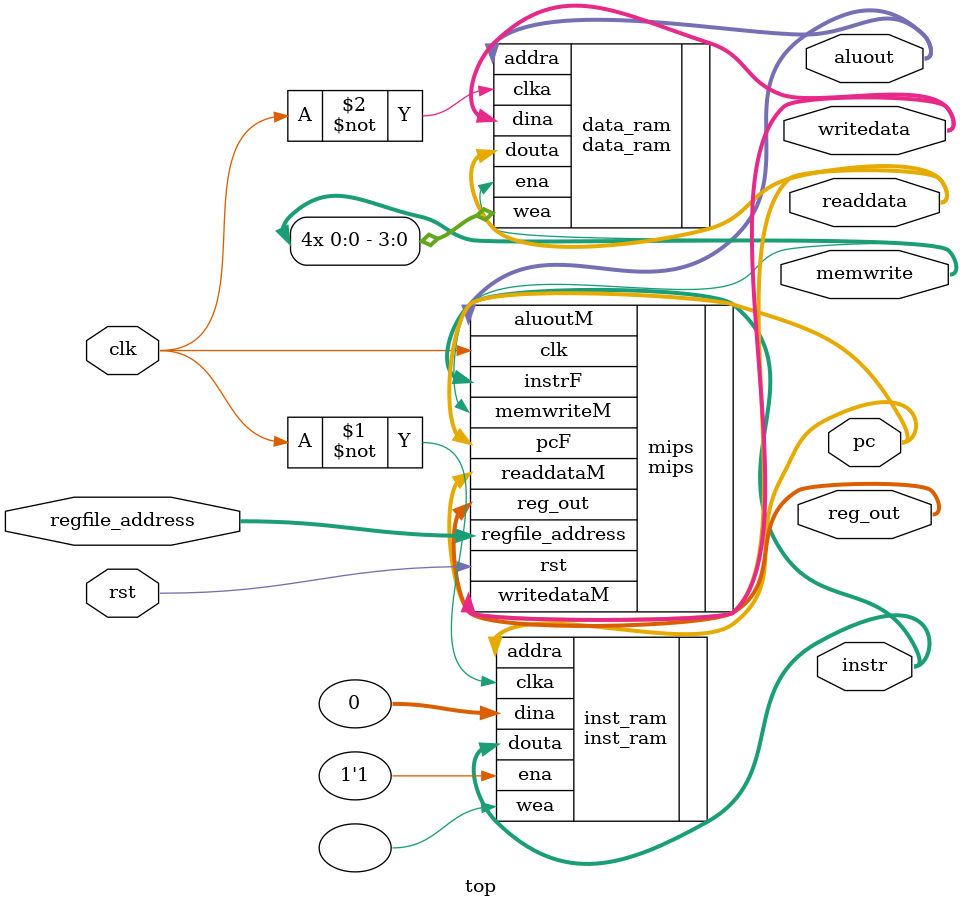
<source format=v>
`timescale 1ns / 1ps


module top(
	input wire clk,rst,
	input wire [4:0]regfile_address,
	output wire[31:0] writedata,aluout,
	output wire memwrite,
	output wire [31:0] instr,pc,readdata,reg_out
);



mips mips(
	.clk(clk),
	.rst(rst),
	.regfile_address(regfile_address),
	.pcF(pc),
	.instrF(instr),
	.memwriteM(memwrite),
	.aluoutM(aluout),
	.writedataM(writedata),
	.readdataM(readdata),
	.reg_out(reg_out)
);

inst_ram inst_ram (
  .clka(~clk),    
  .ena(1'b1),      
  .wea(),      
  .addra(pc), 
  .dina(32'b0),    
  .douta(instr)  
);


data_ram data_ram (
  .clka(~clk),  
  .ena(memwrite),      
  .wea({4{memwrite}}),   
  .addra(aluout),  
  .dina(writedata),    
  .douta(readdata)  
);
endmodule

</source>
